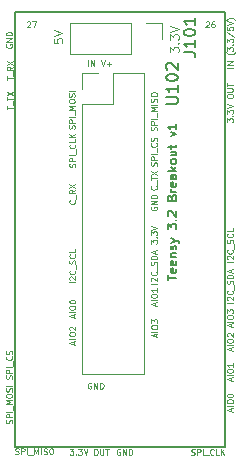
<source format=gto>
G04 #@! TF.FileFunction,Legend,Top*
%FSLAX46Y46*%
G04 Gerber Fmt 4.6, Leading zero omitted, Abs format (unit mm)*
G04 Created by KiCad (PCBNEW 4.0.6) date 04/01/17 00:44:48*
%MOMM*%
%LPD*%
G01*
G04 APERTURE LIST*
%ADD10C,0.100000*%
%ADD11C,0.075000*%
%ADD12C,0.150000*%
%ADD13C,0.120000*%
G04 APERTURE END LIST*
D10*
D11*
X66752381Y-39557142D02*
X66776190Y-39485713D01*
X66776190Y-39366666D01*
X66752381Y-39319047D01*
X66728571Y-39295237D01*
X66680952Y-39271428D01*
X66633333Y-39271428D01*
X66585714Y-39295237D01*
X66561905Y-39319047D01*
X66538095Y-39366666D01*
X66514286Y-39461904D01*
X66490476Y-39509523D01*
X66466667Y-39533332D01*
X66419048Y-39557142D01*
X66371429Y-39557142D01*
X66323810Y-39533332D01*
X66300000Y-39509523D01*
X66276190Y-39461904D01*
X66276190Y-39342856D01*
X66300000Y-39271428D01*
X66776190Y-39057142D02*
X66276190Y-39057142D01*
X66276190Y-38866666D01*
X66300000Y-38819047D01*
X66323810Y-38795238D01*
X66371429Y-38771428D01*
X66442857Y-38771428D01*
X66490476Y-38795238D01*
X66514286Y-38819047D01*
X66538095Y-38866666D01*
X66538095Y-39057142D01*
X66776190Y-38557142D02*
X66276190Y-38557142D01*
X66823810Y-38438095D02*
X66823810Y-38057143D01*
X66776190Y-37938095D02*
X66276190Y-37938095D01*
X66633333Y-37771429D01*
X66276190Y-37604762D01*
X66776190Y-37604762D01*
X66776190Y-37366666D02*
X66276190Y-37366666D01*
X66752381Y-37152381D02*
X66776190Y-37080952D01*
X66776190Y-36961905D01*
X66752381Y-36914286D01*
X66728571Y-36890476D01*
X66680952Y-36866667D01*
X66633333Y-36866667D01*
X66585714Y-36890476D01*
X66561905Y-36914286D01*
X66538095Y-36961905D01*
X66514286Y-37057143D01*
X66490476Y-37104762D01*
X66466667Y-37128571D01*
X66419048Y-37152381D01*
X66371429Y-37152381D01*
X66323810Y-37128571D01*
X66300000Y-37104762D01*
X66276190Y-37057143D01*
X66276190Y-36938095D01*
X66300000Y-36866667D01*
X66276190Y-36557143D02*
X66276190Y-36461905D01*
X66300000Y-36414286D01*
X66347619Y-36366667D01*
X66442857Y-36342858D01*
X66609524Y-36342858D01*
X66704762Y-36366667D01*
X66752381Y-36414286D01*
X66776190Y-36461905D01*
X66776190Y-36557143D01*
X66752381Y-36604762D01*
X66704762Y-36652381D01*
X66609524Y-36676191D01*
X66442857Y-36676191D01*
X66347619Y-36652381D01*
X66300000Y-36604762D01*
X66276190Y-36557143D01*
X59828571Y-45473809D02*
X59852381Y-45497619D01*
X59876190Y-45569047D01*
X59876190Y-45616666D01*
X59852381Y-45688095D01*
X59804762Y-45735714D01*
X59757143Y-45759523D01*
X59661905Y-45783333D01*
X59590476Y-45783333D01*
X59495238Y-45759523D01*
X59447619Y-45735714D01*
X59400000Y-45688095D01*
X59376190Y-45616666D01*
X59376190Y-45569047D01*
X59400000Y-45497619D01*
X59423810Y-45473809D01*
X59923810Y-45378571D02*
X59923810Y-44997619D01*
X59876190Y-44592857D02*
X59638095Y-44759524D01*
X59876190Y-44878571D02*
X59376190Y-44878571D01*
X59376190Y-44688095D01*
X59400000Y-44640476D01*
X59423810Y-44616667D01*
X59471429Y-44592857D01*
X59542857Y-44592857D01*
X59590476Y-44616667D01*
X59614286Y-44640476D01*
X59638095Y-44688095D01*
X59638095Y-44878571D01*
X59376190Y-44426190D02*
X59876190Y-44092857D01*
X59376190Y-44092857D02*
X59876190Y-44426190D01*
X60973810Y-34126190D02*
X60973810Y-33626190D01*
X61211905Y-34126190D02*
X61211905Y-33626190D01*
X61497619Y-34126190D01*
X61497619Y-33626190D01*
X62045238Y-33626190D02*
X62211905Y-34126190D01*
X62378571Y-33626190D01*
X62545238Y-33935714D02*
X62926190Y-33935714D01*
X62735714Y-34126190D02*
X62735714Y-33745238D01*
X59802381Y-39407142D02*
X59826190Y-39335713D01*
X59826190Y-39216666D01*
X59802381Y-39169047D01*
X59778571Y-39145237D01*
X59730952Y-39121428D01*
X59683333Y-39121428D01*
X59635714Y-39145237D01*
X59611905Y-39169047D01*
X59588095Y-39216666D01*
X59564286Y-39311904D01*
X59540476Y-39359523D01*
X59516667Y-39383332D01*
X59469048Y-39407142D01*
X59421429Y-39407142D01*
X59373810Y-39383332D01*
X59350000Y-39359523D01*
X59326190Y-39311904D01*
X59326190Y-39192856D01*
X59350000Y-39121428D01*
X59826190Y-38907142D02*
X59326190Y-38907142D01*
X59326190Y-38716666D01*
X59350000Y-38669047D01*
X59373810Y-38645238D01*
X59421429Y-38621428D01*
X59492857Y-38621428D01*
X59540476Y-38645238D01*
X59564286Y-38669047D01*
X59588095Y-38716666D01*
X59588095Y-38907142D01*
X59826190Y-38407142D02*
X59326190Y-38407142D01*
X59873810Y-38288095D02*
X59873810Y-37907143D01*
X59826190Y-37788095D02*
X59326190Y-37788095D01*
X59683333Y-37621429D01*
X59326190Y-37454762D01*
X59826190Y-37454762D01*
X59326190Y-37121428D02*
X59326190Y-37026190D01*
X59350000Y-36978571D01*
X59397619Y-36930952D01*
X59492857Y-36907143D01*
X59659524Y-36907143D01*
X59754762Y-36930952D01*
X59802381Y-36978571D01*
X59826190Y-37026190D01*
X59826190Y-37121428D01*
X59802381Y-37169047D01*
X59754762Y-37216666D01*
X59659524Y-37240476D01*
X59492857Y-37240476D01*
X59397619Y-37216666D01*
X59350000Y-37169047D01*
X59326190Y-37121428D01*
X59802381Y-36716666D02*
X59826190Y-36645237D01*
X59826190Y-36526190D01*
X59802381Y-36478571D01*
X59778571Y-36454761D01*
X59730952Y-36430952D01*
X59683333Y-36430952D01*
X59635714Y-36454761D01*
X59611905Y-36478571D01*
X59588095Y-36526190D01*
X59564286Y-36621428D01*
X59540476Y-36669047D01*
X59516667Y-36692856D01*
X59469048Y-36716666D01*
X59421429Y-36716666D01*
X59373810Y-36692856D01*
X59350000Y-36669047D01*
X59326190Y-36621428D01*
X59326190Y-36502380D01*
X59350000Y-36430952D01*
X59826190Y-36216666D02*
X59326190Y-36216666D01*
X59852381Y-42654761D02*
X59876190Y-42583332D01*
X59876190Y-42464285D01*
X59852381Y-42416666D01*
X59828571Y-42392856D01*
X59780952Y-42369047D01*
X59733333Y-42369047D01*
X59685714Y-42392856D01*
X59661905Y-42416666D01*
X59638095Y-42464285D01*
X59614286Y-42559523D01*
X59590476Y-42607142D01*
X59566667Y-42630951D01*
X59519048Y-42654761D01*
X59471429Y-42654761D01*
X59423810Y-42630951D01*
X59400000Y-42607142D01*
X59376190Y-42559523D01*
X59376190Y-42440475D01*
X59400000Y-42369047D01*
X59876190Y-42154761D02*
X59376190Y-42154761D01*
X59376190Y-41964285D01*
X59400000Y-41916666D01*
X59423810Y-41892857D01*
X59471429Y-41869047D01*
X59542857Y-41869047D01*
X59590476Y-41892857D01*
X59614286Y-41916666D01*
X59638095Y-41964285D01*
X59638095Y-42154761D01*
X59876190Y-41654761D02*
X59376190Y-41654761D01*
X59923810Y-41535714D02*
X59923810Y-41154762D01*
X59828571Y-40750000D02*
X59852381Y-40773810D01*
X59876190Y-40845238D01*
X59876190Y-40892857D01*
X59852381Y-40964286D01*
X59804762Y-41011905D01*
X59757143Y-41035714D01*
X59661905Y-41059524D01*
X59590476Y-41059524D01*
X59495238Y-41035714D01*
X59447619Y-41011905D01*
X59400000Y-40964286D01*
X59376190Y-40892857D01*
X59376190Y-40845238D01*
X59400000Y-40773810D01*
X59423810Y-40750000D01*
X59876190Y-40297619D02*
X59876190Y-40535714D01*
X59376190Y-40535714D01*
X59876190Y-40130952D02*
X59376190Y-40130952D01*
X59876190Y-39845238D02*
X59590476Y-40059524D01*
X59376190Y-39845238D02*
X59661905Y-40130952D01*
X59733333Y-57638095D02*
X59733333Y-57400000D01*
X59876190Y-57685714D02*
X59376190Y-57519047D01*
X59876190Y-57352381D01*
X59876190Y-57185714D02*
X59376190Y-57185714D01*
X59376190Y-56852381D02*
X59376190Y-56757143D01*
X59400000Y-56709524D01*
X59447619Y-56661905D01*
X59542857Y-56638096D01*
X59709524Y-56638096D01*
X59804762Y-56661905D01*
X59852381Y-56709524D01*
X59876190Y-56757143D01*
X59876190Y-56852381D01*
X59852381Y-56900000D01*
X59804762Y-56947619D01*
X59709524Y-56971429D01*
X59542857Y-56971429D01*
X59447619Y-56947619D01*
X59400000Y-56900000D01*
X59376190Y-56852381D01*
X59423810Y-56447619D02*
X59400000Y-56423809D01*
X59376190Y-56376190D01*
X59376190Y-56257143D01*
X59400000Y-56209524D01*
X59423810Y-56185714D01*
X59471429Y-56161905D01*
X59519048Y-56161905D01*
X59590476Y-56185714D01*
X59876190Y-56471428D01*
X59876190Y-56161905D01*
X59733333Y-55388095D02*
X59733333Y-55150000D01*
X59876190Y-55435714D02*
X59376190Y-55269047D01*
X59876190Y-55102381D01*
X59876190Y-54935714D02*
X59376190Y-54935714D01*
X59376190Y-54602381D02*
X59376190Y-54507143D01*
X59400000Y-54459524D01*
X59447619Y-54411905D01*
X59542857Y-54388096D01*
X59709524Y-54388096D01*
X59804762Y-54411905D01*
X59852381Y-54459524D01*
X59876190Y-54507143D01*
X59876190Y-54602381D01*
X59852381Y-54650000D01*
X59804762Y-54697619D01*
X59709524Y-54721429D01*
X59542857Y-54721429D01*
X59447619Y-54697619D01*
X59400000Y-54650000D01*
X59376190Y-54602381D01*
X59376190Y-54078571D02*
X59376190Y-54030952D01*
X59400000Y-53983333D01*
X59423810Y-53959524D01*
X59471429Y-53935714D01*
X59566667Y-53911905D01*
X59685714Y-53911905D01*
X59780952Y-53935714D01*
X59828571Y-53959524D01*
X59852381Y-53983333D01*
X59876190Y-54030952D01*
X59876190Y-54078571D01*
X59852381Y-54126190D01*
X59828571Y-54150000D01*
X59780952Y-54173809D01*
X59685714Y-54197619D01*
X59566667Y-54197619D01*
X59471429Y-54173809D01*
X59423810Y-54150000D01*
X59400000Y-54126190D01*
X59376190Y-54078571D01*
X59876190Y-52419046D02*
X59376190Y-52419046D01*
X59423810Y-52204761D02*
X59400000Y-52180951D01*
X59376190Y-52133332D01*
X59376190Y-52014285D01*
X59400000Y-51966666D01*
X59423810Y-51942856D01*
X59471429Y-51919047D01*
X59519048Y-51919047D01*
X59590476Y-51942856D01*
X59876190Y-52228570D01*
X59876190Y-51919047D01*
X59828571Y-51419047D02*
X59852381Y-51442857D01*
X59876190Y-51514285D01*
X59876190Y-51561904D01*
X59852381Y-51633333D01*
X59804762Y-51680952D01*
X59757143Y-51704761D01*
X59661905Y-51728571D01*
X59590476Y-51728571D01*
X59495238Y-51704761D01*
X59447619Y-51680952D01*
X59400000Y-51633333D01*
X59376190Y-51561904D01*
X59376190Y-51514285D01*
X59400000Y-51442857D01*
X59423810Y-51419047D01*
X59923810Y-51323809D02*
X59923810Y-50942857D01*
X59852381Y-50847619D02*
X59876190Y-50776190D01*
X59876190Y-50657143D01*
X59852381Y-50609524D01*
X59828571Y-50585714D01*
X59780952Y-50561905D01*
X59733333Y-50561905D01*
X59685714Y-50585714D01*
X59661905Y-50609524D01*
X59638095Y-50657143D01*
X59614286Y-50752381D01*
X59590476Y-50800000D01*
X59566667Y-50823809D01*
X59519048Y-50847619D01*
X59471429Y-50847619D01*
X59423810Y-50823809D01*
X59400000Y-50800000D01*
X59376190Y-50752381D01*
X59376190Y-50633333D01*
X59400000Y-50561905D01*
X59828571Y-50061905D02*
X59852381Y-50085715D01*
X59876190Y-50157143D01*
X59876190Y-50204762D01*
X59852381Y-50276191D01*
X59804762Y-50323810D01*
X59757143Y-50347619D01*
X59661905Y-50371429D01*
X59590476Y-50371429D01*
X59495238Y-50347619D01*
X59447619Y-50323810D01*
X59400000Y-50276191D01*
X59376190Y-50204762D01*
X59376190Y-50157143D01*
X59400000Y-50085715D01*
X59423810Y-50061905D01*
X59876190Y-49609524D02*
X59876190Y-49847619D01*
X59376190Y-49847619D01*
X66728571Y-44264285D02*
X66752381Y-44288095D01*
X66776190Y-44359523D01*
X66776190Y-44407142D01*
X66752381Y-44478571D01*
X66704762Y-44526190D01*
X66657143Y-44549999D01*
X66561905Y-44573809D01*
X66490476Y-44573809D01*
X66395238Y-44549999D01*
X66347619Y-44526190D01*
X66300000Y-44478571D01*
X66276190Y-44407142D01*
X66276190Y-44359523D01*
X66300000Y-44288095D01*
X66323810Y-44264285D01*
X66823810Y-44169047D02*
X66823810Y-43788095D01*
X66276190Y-43740476D02*
X66276190Y-43454762D01*
X66776190Y-43597619D02*
X66276190Y-43597619D01*
X66276190Y-43335714D02*
X66776190Y-43002381D01*
X66276190Y-43002381D02*
X66776190Y-43335714D01*
X66752381Y-42540475D02*
X66776190Y-42469046D01*
X66776190Y-42349999D01*
X66752381Y-42302380D01*
X66728571Y-42278570D01*
X66680952Y-42254761D01*
X66633333Y-42254761D01*
X66585714Y-42278570D01*
X66561905Y-42302380D01*
X66538095Y-42349999D01*
X66514286Y-42445237D01*
X66490476Y-42492856D01*
X66466667Y-42516665D01*
X66419048Y-42540475D01*
X66371429Y-42540475D01*
X66323810Y-42516665D01*
X66300000Y-42492856D01*
X66276190Y-42445237D01*
X66276190Y-42326189D01*
X66300000Y-42254761D01*
X66776190Y-42040475D02*
X66276190Y-42040475D01*
X66276190Y-41849999D01*
X66300000Y-41802380D01*
X66323810Y-41778571D01*
X66371429Y-41754761D01*
X66442857Y-41754761D01*
X66490476Y-41778571D01*
X66514286Y-41802380D01*
X66538095Y-41849999D01*
X66538095Y-42040475D01*
X66776190Y-41540475D02*
X66276190Y-41540475D01*
X66823810Y-41421428D02*
X66823810Y-41040476D01*
X66728571Y-40635714D02*
X66752381Y-40659524D01*
X66776190Y-40730952D01*
X66776190Y-40778571D01*
X66752381Y-40850000D01*
X66704762Y-40897619D01*
X66657143Y-40921428D01*
X66561905Y-40945238D01*
X66490476Y-40945238D01*
X66395238Y-40921428D01*
X66347619Y-40897619D01*
X66300000Y-40850000D01*
X66276190Y-40778571D01*
X66276190Y-40730952D01*
X66300000Y-40659524D01*
X66323810Y-40635714D01*
X66752381Y-40445238D02*
X66776190Y-40373809D01*
X66776190Y-40254762D01*
X66752381Y-40207143D01*
X66728571Y-40183333D01*
X66680952Y-40159524D01*
X66633333Y-40159524D01*
X66585714Y-40183333D01*
X66561905Y-40207143D01*
X66538095Y-40254762D01*
X66514286Y-40350000D01*
X66490476Y-40397619D01*
X66466667Y-40421428D01*
X66419048Y-40445238D01*
X66371429Y-40445238D01*
X66323810Y-40421428D01*
X66300000Y-40397619D01*
X66276190Y-40350000D01*
X66276190Y-40230952D01*
X66300000Y-40159524D01*
X66300000Y-46030953D02*
X66276190Y-46078572D01*
X66276190Y-46150000D01*
X66300000Y-46221429D01*
X66347619Y-46269048D01*
X66395238Y-46292857D01*
X66490476Y-46316667D01*
X66561905Y-46316667D01*
X66657143Y-46292857D01*
X66704762Y-46269048D01*
X66752381Y-46221429D01*
X66776190Y-46150000D01*
X66776190Y-46102381D01*
X66752381Y-46030953D01*
X66728571Y-46007143D01*
X66561905Y-46007143D01*
X66561905Y-46102381D01*
X66776190Y-45792857D02*
X66276190Y-45792857D01*
X66776190Y-45507143D01*
X66276190Y-45507143D01*
X66776190Y-45269047D02*
X66276190Y-45269047D01*
X66276190Y-45150000D01*
X66300000Y-45078571D01*
X66347619Y-45030952D01*
X66395238Y-45007143D01*
X66490476Y-44983333D01*
X66561905Y-44983333D01*
X66657143Y-45007143D01*
X66704762Y-45030952D01*
X66752381Y-45078571D01*
X66776190Y-45150000D01*
X66776190Y-45269047D01*
X66276190Y-49138094D02*
X66276190Y-48828571D01*
X66466667Y-48995237D01*
X66466667Y-48923809D01*
X66490476Y-48876190D01*
X66514286Y-48852380D01*
X66561905Y-48828571D01*
X66680952Y-48828571D01*
X66728571Y-48852380D01*
X66752381Y-48876190D01*
X66776190Y-48923809D01*
X66776190Y-49066666D01*
X66752381Y-49114285D01*
X66728571Y-49138094D01*
X66728571Y-48614285D02*
X66752381Y-48590476D01*
X66776190Y-48614285D01*
X66752381Y-48638095D01*
X66728571Y-48614285D01*
X66776190Y-48614285D01*
X66276190Y-48423809D02*
X66276190Y-48114286D01*
X66466667Y-48280952D01*
X66466667Y-48209524D01*
X66490476Y-48161905D01*
X66514286Y-48138095D01*
X66561905Y-48114286D01*
X66680952Y-48114286D01*
X66728571Y-48138095D01*
X66752381Y-48161905D01*
X66776190Y-48209524D01*
X66776190Y-48352381D01*
X66752381Y-48400000D01*
X66728571Y-48423809D01*
X66276190Y-47971429D02*
X66776190Y-47804762D01*
X66276190Y-47638096D01*
X66776190Y-52530951D02*
X66276190Y-52530951D01*
X66323810Y-52316666D02*
X66300000Y-52292856D01*
X66276190Y-52245237D01*
X66276190Y-52126190D01*
X66300000Y-52078571D01*
X66323810Y-52054761D01*
X66371429Y-52030952D01*
X66419048Y-52030952D01*
X66490476Y-52054761D01*
X66776190Y-52340475D01*
X66776190Y-52030952D01*
X66728571Y-51530952D02*
X66752381Y-51554762D01*
X66776190Y-51626190D01*
X66776190Y-51673809D01*
X66752381Y-51745238D01*
X66704762Y-51792857D01*
X66657143Y-51816666D01*
X66561905Y-51840476D01*
X66490476Y-51840476D01*
X66395238Y-51816666D01*
X66347619Y-51792857D01*
X66300000Y-51745238D01*
X66276190Y-51673809D01*
X66276190Y-51626190D01*
X66300000Y-51554762D01*
X66323810Y-51530952D01*
X66823810Y-51435714D02*
X66823810Y-51054762D01*
X66752381Y-50959524D02*
X66776190Y-50888095D01*
X66776190Y-50769048D01*
X66752381Y-50721429D01*
X66728571Y-50697619D01*
X66680952Y-50673810D01*
X66633333Y-50673810D01*
X66585714Y-50697619D01*
X66561905Y-50721429D01*
X66538095Y-50769048D01*
X66514286Y-50864286D01*
X66490476Y-50911905D01*
X66466667Y-50935714D01*
X66419048Y-50959524D01*
X66371429Y-50959524D01*
X66323810Y-50935714D01*
X66300000Y-50911905D01*
X66276190Y-50864286D01*
X66276190Y-50745238D01*
X66300000Y-50673810D01*
X66776190Y-50459524D02*
X66276190Y-50459524D01*
X66276190Y-50340477D01*
X66300000Y-50269048D01*
X66347619Y-50221429D01*
X66395238Y-50197620D01*
X66490476Y-50173810D01*
X66561905Y-50173810D01*
X66657143Y-50197620D01*
X66704762Y-50221429D01*
X66752381Y-50269048D01*
X66776190Y-50340477D01*
X66776190Y-50459524D01*
X66633333Y-49983334D02*
X66633333Y-49745239D01*
X66776190Y-50030953D02*
X66276190Y-49864286D01*
X66776190Y-49697620D01*
X66633333Y-54388095D02*
X66633333Y-54150000D01*
X66776190Y-54435714D02*
X66276190Y-54269047D01*
X66776190Y-54102381D01*
X66776190Y-53935714D02*
X66276190Y-53935714D01*
X66276190Y-53602381D02*
X66276190Y-53507143D01*
X66300000Y-53459524D01*
X66347619Y-53411905D01*
X66442857Y-53388096D01*
X66609524Y-53388096D01*
X66704762Y-53411905D01*
X66752381Y-53459524D01*
X66776190Y-53507143D01*
X66776190Y-53602381D01*
X66752381Y-53650000D01*
X66704762Y-53697619D01*
X66609524Y-53721429D01*
X66442857Y-53721429D01*
X66347619Y-53697619D01*
X66300000Y-53650000D01*
X66276190Y-53602381D01*
X66776190Y-52911905D02*
X66776190Y-53197619D01*
X66776190Y-53054762D02*
X66276190Y-53054762D01*
X66347619Y-53102381D01*
X66395238Y-53150000D01*
X66419048Y-53197619D01*
X66683333Y-57038095D02*
X66683333Y-56800000D01*
X66826190Y-57085714D02*
X66326190Y-56919047D01*
X66826190Y-56752381D01*
X66826190Y-56585714D02*
X66326190Y-56585714D01*
X66326190Y-56252381D02*
X66326190Y-56157143D01*
X66350000Y-56109524D01*
X66397619Y-56061905D01*
X66492857Y-56038096D01*
X66659524Y-56038096D01*
X66754762Y-56061905D01*
X66802381Y-56109524D01*
X66826190Y-56157143D01*
X66826190Y-56252381D01*
X66802381Y-56300000D01*
X66754762Y-56347619D01*
X66659524Y-56371429D01*
X66492857Y-56371429D01*
X66397619Y-56347619D01*
X66350000Y-56300000D01*
X66326190Y-56252381D01*
X66326190Y-55871428D02*
X66326190Y-55561905D01*
X66516667Y-55728571D01*
X66516667Y-55657143D01*
X66540476Y-55609524D01*
X66564286Y-55585714D01*
X66611905Y-55561905D01*
X66730952Y-55561905D01*
X66778571Y-55585714D01*
X66802381Y-55609524D01*
X66826190Y-55657143D01*
X66826190Y-55800000D01*
X66802381Y-55847619D01*
X66778571Y-55871428D01*
X61219047Y-60950000D02*
X61171428Y-60926190D01*
X61100000Y-60926190D01*
X61028571Y-60950000D01*
X60980952Y-60997619D01*
X60957143Y-61045238D01*
X60933333Y-61140476D01*
X60933333Y-61211905D01*
X60957143Y-61307143D01*
X60980952Y-61354762D01*
X61028571Y-61402381D01*
X61100000Y-61426190D01*
X61147619Y-61426190D01*
X61219047Y-61402381D01*
X61242857Y-61378571D01*
X61242857Y-61211905D01*
X61147619Y-61211905D01*
X61457143Y-61426190D02*
X61457143Y-60926190D01*
X61742857Y-61426190D01*
X61742857Y-60926190D01*
X61980953Y-61426190D02*
X61980953Y-60926190D01*
X62100000Y-60926190D01*
X62171429Y-60950000D01*
X62219048Y-60997619D01*
X62242857Y-61045238D01*
X62266667Y-61140476D01*
X62266667Y-61211905D01*
X62242857Y-61307143D01*
X62219048Y-61354762D01*
X62171429Y-61402381D01*
X62100000Y-61426190D01*
X61980953Y-61426190D01*
X73226190Y-34245236D02*
X72726190Y-34245236D01*
X73226190Y-34007141D02*
X72726190Y-34007141D01*
X73226190Y-33721427D01*
X72726190Y-33721427D01*
X73416667Y-32959522D02*
X73392857Y-32983332D01*
X73321429Y-33030951D01*
X73273810Y-33054760D01*
X73202381Y-33078570D01*
X73083333Y-33102379D01*
X72988095Y-33102379D01*
X72869048Y-33078570D01*
X72797619Y-33054760D01*
X72750000Y-33030951D01*
X72678571Y-32983332D01*
X72654762Y-32959522D01*
X72726190Y-32816665D02*
X72726190Y-32507142D01*
X72916667Y-32673808D01*
X72916667Y-32602380D01*
X72940476Y-32554761D01*
X72964286Y-32530951D01*
X73011905Y-32507142D01*
X73130952Y-32507142D01*
X73178571Y-32530951D01*
X73202381Y-32554761D01*
X73226190Y-32602380D01*
X73226190Y-32745237D01*
X73202381Y-32792856D01*
X73178571Y-32816665D01*
X73178571Y-32292856D02*
X73202381Y-32269047D01*
X73226190Y-32292856D01*
X73202381Y-32316666D01*
X73178571Y-32292856D01*
X73226190Y-32292856D01*
X72726190Y-32102380D02*
X72726190Y-31792857D01*
X72916667Y-31959523D01*
X72916667Y-31888095D01*
X72940476Y-31840476D01*
X72964286Y-31816666D01*
X73011905Y-31792857D01*
X73130952Y-31792857D01*
X73178571Y-31816666D01*
X73202381Y-31840476D01*
X73226190Y-31888095D01*
X73226190Y-32030952D01*
X73202381Y-32078571D01*
X73178571Y-32102380D01*
X72702381Y-31221429D02*
X73345238Y-31650000D01*
X72726190Y-30816666D02*
X72726190Y-31054761D01*
X72964286Y-31078571D01*
X72940476Y-31054761D01*
X72916667Y-31007142D01*
X72916667Y-30888095D01*
X72940476Y-30840476D01*
X72964286Y-30816666D01*
X73011905Y-30792857D01*
X73130952Y-30792857D01*
X73178571Y-30816666D01*
X73202381Y-30840476D01*
X73226190Y-30888095D01*
X73226190Y-31007142D01*
X73202381Y-31054761D01*
X73178571Y-31078571D01*
X72726190Y-30650000D02*
X73226190Y-30483333D01*
X72726190Y-30316667D01*
X73416667Y-30197619D02*
X73392857Y-30173810D01*
X73321429Y-30126191D01*
X73273810Y-30102381D01*
X73202381Y-30078572D01*
X73083333Y-30054762D01*
X72988095Y-30054762D01*
X72869048Y-30078572D01*
X72797619Y-30102381D01*
X72750000Y-30126191D01*
X72678571Y-30173810D01*
X72654762Y-30197619D01*
X72726190Y-38842856D02*
X72726190Y-38533333D01*
X72916667Y-38699999D01*
X72916667Y-38628571D01*
X72940476Y-38580952D01*
X72964286Y-38557142D01*
X73011905Y-38533333D01*
X73130952Y-38533333D01*
X73178571Y-38557142D01*
X73202381Y-38580952D01*
X73226190Y-38628571D01*
X73226190Y-38771428D01*
X73202381Y-38819047D01*
X73178571Y-38842856D01*
X73178571Y-38319047D02*
X73202381Y-38295238D01*
X73226190Y-38319047D01*
X73202381Y-38342857D01*
X73178571Y-38319047D01*
X73226190Y-38319047D01*
X72726190Y-38128571D02*
X72726190Y-37819048D01*
X72916667Y-37985714D01*
X72916667Y-37914286D01*
X72940476Y-37866667D01*
X72964286Y-37842857D01*
X73011905Y-37819048D01*
X73130952Y-37819048D01*
X73178571Y-37842857D01*
X73202381Y-37866667D01*
X73226190Y-37914286D01*
X73226190Y-38057143D01*
X73202381Y-38104762D01*
X73178571Y-38128571D01*
X72726190Y-37676191D02*
X73226190Y-37509524D01*
X72726190Y-37342858D01*
X72726190Y-36700001D02*
X72726190Y-36604763D01*
X72750000Y-36557144D01*
X72797619Y-36509525D01*
X72892857Y-36485716D01*
X73059524Y-36485716D01*
X73154762Y-36509525D01*
X73202381Y-36557144D01*
X73226190Y-36604763D01*
X73226190Y-36700001D01*
X73202381Y-36747620D01*
X73154762Y-36795239D01*
X73059524Y-36819049D01*
X72892857Y-36819049D01*
X72797619Y-36795239D01*
X72750000Y-36747620D01*
X72726190Y-36700001D01*
X72726190Y-36271429D02*
X73130952Y-36271429D01*
X73178571Y-36247620D01*
X73202381Y-36223810D01*
X73226190Y-36176191D01*
X73226190Y-36080953D01*
X73202381Y-36033334D01*
X73178571Y-36009525D01*
X73130952Y-35985715D01*
X72726190Y-35985715D01*
X72726190Y-35819048D02*
X72726190Y-35533334D01*
X73226190Y-35676191D02*
X72726190Y-35676191D01*
X73226190Y-50669046D02*
X72726190Y-50669046D01*
X72773810Y-50454761D02*
X72750000Y-50430951D01*
X72726190Y-50383332D01*
X72726190Y-50264285D01*
X72750000Y-50216666D01*
X72773810Y-50192856D01*
X72821429Y-50169047D01*
X72869048Y-50169047D01*
X72940476Y-50192856D01*
X73226190Y-50478570D01*
X73226190Y-50169047D01*
X73178571Y-49669047D02*
X73202381Y-49692857D01*
X73226190Y-49764285D01*
X73226190Y-49811904D01*
X73202381Y-49883333D01*
X73154762Y-49930952D01*
X73107143Y-49954761D01*
X73011905Y-49978571D01*
X72940476Y-49978571D01*
X72845238Y-49954761D01*
X72797619Y-49930952D01*
X72750000Y-49883333D01*
X72726190Y-49811904D01*
X72726190Y-49764285D01*
X72750000Y-49692857D01*
X72773810Y-49669047D01*
X73273810Y-49573809D02*
X73273810Y-49192857D01*
X73202381Y-49097619D02*
X73226190Y-49026190D01*
X73226190Y-48907143D01*
X73202381Y-48859524D01*
X73178571Y-48835714D01*
X73130952Y-48811905D01*
X73083333Y-48811905D01*
X73035714Y-48835714D01*
X73011905Y-48859524D01*
X72988095Y-48907143D01*
X72964286Y-49002381D01*
X72940476Y-49050000D01*
X72916667Y-49073809D01*
X72869048Y-49097619D01*
X72821429Y-49097619D01*
X72773810Y-49073809D01*
X72750000Y-49050000D01*
X72726190Y-49002381D01*
X72726190Y-48883333D01*
X72750000Y-48811905D01*
X73178571Y-48311905D02*
X73202381Y-48335715D01*
X73226190Y-48407143D01*
X73226190Y-48454762D01*
X73202381Y-48526191D01*
X73154762Y-48573810D01*
X73107143Y-48597619D01*
X73011905Y-48621429D01*
X72940476Y-48621429D01*
X72845238Y-48597619D01*
X72797619Y-48573810D01*
X72750000Y-48526191D01*
X72726190Y-48454762D01*
X72726190Y-48407143D01*
X72750000Y-48335715D01*
X72773810Y-48311905D01*
X73226190Y-47859524D02*
X73226190Y-48097619D01*
X72726190Y-48097619D01*
X73226190Y-54130951D02*
X72726190Y-54130951D01*
X72773810Y-53916666D02*
X72750000Y-53892856D01*
X72726190Y-53845237D01*
X72726190Y-53726190D01*
X72750000Y-53678571D01*
X72773810Y-53654761D01*
X72821429Y-53630952D01*
X72869048Y-53630952D01*
X72940476Y-53654761D01*
X73226190Y-53940475D01*
X73226190Y-53630952D01*
X73178571Y-53130952D02*
X73202381Y-53154762D01*
X73226190Y-53226190D01*
X73226190Y-53273809D01*
X73202381Y-53345238D01*
X73154762Y-53392857D01*
X73107143Y-53416666D01*
X73011905Y-53440476D01*
X72940476Y-53440476D01*
X72845238Y-53416666D01*
X72797619Y-53392857D01*
X72750000Y-53345238D01*
X72726190Y-53273809D01*
X72726190Y-53226190D01*
X72750000Y-53154762D01*
X72773810Y-53130952D01*
X73273810Y-53035714D02*
X73273810Y-52654762D01*
X73202381Y-52559524D02*
X73226190Y-52488095D01*
X73226190Y-52369048D01*
X73202381Y-52321429D01*
X73178571Y-52297619D01*
X73130952Y-52273810D01*
X73083333Y-52273810D01*
X73035714Y-52297619D01*
X73011905Y-52321429D01*
X72988095Y-52369048D01*
X72964286Y-52464286D01*
X72940476Y-52511905D01*
X72916667Y-52535714D01*
X72869048Y-52559524D01*
X72821429Y-52559524D01*
X72773810Y-52535714D01*
X72750000Y-52511905D01*
X72726190Y-52464286D01*
X72726190Y-52345238D01*
X72750000Y-52273810D01*
X73226190Y-52059524D02*
X72726190Y-52059524D01*
X72726190Y-51940477D01*
X72750000Y-51869048D01*
X72797619Y-51821429D01*
X72845238Y-51797620D01*
X72940476Y-51773810D01*
X73011905Y-51773810D01*
X73107143Y-51797620D01*
X73154762Y-51821429D01*
X73202381Y-51869048D01*
X73226190Y-51940477D01*
X73226190Y-52059524D01*
X73083333Y-51583334D02*
X73083333Y-51345239D01*
X73226190Y-51630953D02*
X72726190Y-51464286D01*
X73226190Y-51297620D01*
X73083333Y-56188095D02*
X73083333Y-55950000D01*
X73226190Y-56235714D02*
X72726190Y-56069047D01*
X73226190Y-55902381D01*
X73226190Y-55735714D02*
X72726190Y-55735714D01*
X72726190Y-55402381D02*
X72726190Y-55307143D01*
X72750000Y-55259524D01*
X72797619Y-55211905D01*
X72892857Y-55188096D01*
X73059524Y-55188096D01*
X73154762Y-55211905D01*
X73202381Y-55259524D01*
X73226190Y-55307143D01*
X73226190Y-55402381D01*
X73202381Y-55450000D01*
X73154762Y-55497619D01*
X73059524Y-55521429D01*
X72892857Y-55521429D01*
X72797619Y-55497619D01*
X72750000Y-55450000D01*
X72726190Y-55402381D01*
X72726190Y-55021428D02*
X72726190Y-54711905D01*
X72916667Y-54878571D01*
X72916667Y-54807143D01*
X72940476Y-54759524D01*
X72964286Y-54735714D01*
X73011905Y-54711905D01*
X73130952Y-54711905D01*
X73178571Y-54735714D01*
X73202381Y-54759524D01*
X73226190Y-54807143D01*
X73226190Y-54950000D01*
X73202381Y-54997619D01*
X73178571Y-55021428D01*
X73083333Y-58188095D02*
X73083333Y-57950000D01*
X73226190Y-58235714D02*
X72726190Y-58069047D01*
X73226190Y-57902381D01*
X73226190Y-57735714D02*
X72726190Y-57735714D01*
X72726190Y-57402381D02*
X72726190Y-57307143D01*
X72750000Y-57259524D01*
X72797619Y-57211905D01*
X72892857Y-57188096D01*
X73059524Y-57188096D01*
X73154762Y-57211905D01*
X73202381Y-57259524D01*
X73226190Y-57307143D01*
X73226190Y-57402381D01*
X73202381Y-57450000D01*
X73154762Y-57497619D01*
X73059524Y-57521429D01*
X72892857Y-57521429D01*
X72797619Y-57497619D01*
X72750000Y-57450000D01*
X72726190Y-57402381D01*
X72773810Y-56997619D02*
X72750000Y-56973809D01*
X72726190Y-56926190D01*
X72726190Y-56807143D01*
X72750000Y-56759524D01*
X72773810Y-56735714D01*
X72821429Y-56711905D01*
X72869048Y-56711905D01*
X72940476Y-56735714D01*
X73226190Y-57021428D01*
X73226190Y-56711905D01*
X73083333Y-60738095D02*
X73083333Y-60500000D01*
X73226190Y-60785714D02*
X72726190Y-60619047D01*
X73226190Y-60452381D01*
X73226190Y-60285714D02*
X72726190Y-60285714D01*
X72726190Y-59952381D02*
X72726190Y-59857143D01*
X72750000Y-59809524D01*
X72797619Y-59761905D01*
X72892857Y-59738096D01*
X73059524Y-59738096D01*
X73154762Y-59761905D01*
X73202381Y-59809524D01*
X73226190Y-59857143D01*
X73226190Y-59952381D01*
X73202381Y-60000000D01*
X73154762Y-60047619D01*
X73059524Y-60071429D01*
X72892857Y-60071429D01*
X72797619Y-60047619D01*
X72750000Y-60000000D01*
X72726190Y-59952381D01*
X73226190Y-59261905D02*
X73226190Y-59547619D01*
X73226190Y-59404762D02*
X72726190Y-59404762D01*
X72797619Y-59452381D01*
X72845238Y-59500000D01*
X72869048Y-59547619D01*
X73083333Y-63338095D02*
X73083333Y-63100000D01*
X73226190Y-63385714D02*
X72726190Y-63219047D01*
X73226190Y-63052381D01*
X73226190Y-62885714D02*
X72726190Y-62885714D01*
X72726190Y-62552381D02*
X72726190Y-62457143D01*
X72750000Y-62409524D01*
X72797619Y-62361905D01*
X72892857Y-62338096D01*
X73059524Y-62338096D01*
X73154762Y-62361905D01*
X73202381Y-62409524D01*
X73226190Y-62457143D01*
X73226190Y-62552381D01*
X73202381Y-62600000D01*
X73154762Y-62647619D01*
X73059524Y-62671429D01*
X72892857Y-62671429D01*
X72797619Y-62647619D01*
X72750000Y-62600000D01*
X72726190Y-62552381D01*
X72726190Y-62028571D02*
X72726190Y-61980952D01*
X72750000Y-61933333D01*
X72773810Y-61909524D01*
X72821429Y-61885714D01*
X72916667Y-61861905D01*
X73035714Y-61861905D01*
X73130952Y-61885714D01*
X73178571Y-61909524D01*
X73202381Y-61933333D01*
X73226190Y-61980952D01*
X73226190Y-62028571D01*
X73202381Y-62076190D01*
X73178571Y-62100000D01*
X73130952Y-62123809D01*
X73035714Y-62147619D01*
X72916667Y-62147619D01*
X72821429Y-62123809D01*
X72773810Y-62100000D01*
X72750000Y-62076190D01*
X72726190Y-62028571D01*
X69695239Y-67002381D02*
X69766668Y-67026190D01*
X69885715Y-67026190D01*
X69933334Y-67002381D01*
X69957144Y-66978571D01*
X69980953Y-66930952D01*
X69980953Y-66883333D01*
X69957144Y-66835714D01*
X69933334Y-66811905D01*
X69885715Y-66788095D01*
X69790477Y-66764286D01*
X69742858Y-66740476D01*
X69719049Y-66716667D01*
X69695239Y-66669048D01*
X69695239Y-66621429D01*
X69719049Y-66573810D01*
X69742858Y-66550000D01*
X69790477Y-66526190D01*
X69909525Y-66526190D01*
X69980953Y-66550000D01*
X70195239Y-67026190D02*
X70195239Y-66526190D01*
X70385715Y-66526190D01*
X70433334Y-66550000D01*
X70457143Y-66573810D01*
X70480953Y-66621429D01*
X70480953Y-66692857D01*
X70457143Y-66740476D01*
X70433334Y-66764286D01*
X70385715Y-66788095D01*
X70195239Y-66788095D01*
X70695239Y-67026190D02*
X70695239Y-66526190D01*
X70814286Y-67073810D02*
X71195238Y-67073810D01*
X71600000Y-66978571D02*
X71576190Y-67002381D01*
X71504762Y-67026190D01*
X71457143Y-67026190D01*
X71385714Y-67002381D01*
X71338095Y-66954762D01*
X71314286Y-66907143D01*
X71290476Y-66811905D01*
X71290476Y-66740476D01*
X71314286Y-66645238D01*
X71338095Y-66597619D01*
X71385714Y-66550000D01*
X71457143Y-66526190D01*
X71504762Y-66526190D01*
X71576190Y-66550000D01*
X71600000Y-66573810D01*
X72052381Y-67026190D02*
X71814286Y-67026190D01*
X71814286Y-66526190D01*
X72219048Y-67026190D02*
X72219048Y-66526190D01*
X72504762Y-67026190D02*
X72290476Y-66740476D01*
X72504762Y-66526190D02*
X72219048Y-66811905D01*
X70919048Y-30373810D02*
X70942858Y-30350000D01*
X70990477Y-30326190D01*
X71109524Y-30326190D01*
X71157143Y-30350000D01*
X71180953Y-30373810D01*
X71204762Y-30421429D01*
X71204762Y-30469048D01*
X71180953Y-30540476D01*
X70895239Y-30826190D01*
X71204762Y-30826190D01*
X71633333Y-30326190D02*
X71538095Y-30326190D01*
X71490476Y-30350000D01*
X71466667Y-30373810D01*
X71419048Y-30445238D01*
X71395238Y-30540476D01*
X71395238Y-30730952D01*
X71419048Y-30778571D01*
X71442857Y-30802381D01*
X71490476Y-30826190D01*
X71585714Y-30826190D01*
X71633333Y-30802381D01*
X71657143Y-30778571D01*
X71680952Y-30730952D01*
X71680952Y-30611905D01*
X71657143Y-30564286D01*
X71633333Y-30540476D01*
X71585714Y-30516667D01*
X71490476Y-30516667D01*
X71442857Y-30540476D01*
X71419048Y-30564286D01*
X71395238Y-30611905D01*
X55769048Y-30373810D02*
X55792858Y-30350000D01*
X55840477Y-30326190D01*
X55959524Y-30326190D01*
X56007143Y-30350000D01*
X56030953Y-30373810D01*
X56054762Y-30421429D01*
X56054762Y-30469048D01*
X56030953Y-30540476D01*
X55745239Y-30826190D01*
X56054762Y-30826190D01*
X56221429Y-30326190D02*
X56554762Y-30326190D01*
X56340476Y-30826190D01*
X63669047Y-66550000D02*
X63621428Y-66526190D01*
X63550000Y-66526190D01*
X63478571Y-66550000D01*
X63430952Y-66597619D01*
X63407143Y-66645238D01*
X63383333Y-66740476D01*
X63383333Y-66811905D01*
X63407143Y-66907143D01*
X63430952Y-66954762D01*
X63478571Y-67002381D01*
X63550000Y-67026190D01*
X63597619Y-67026190D01*
X63669047Y-67002381D01*
X63692857Y-66978571D01*
X63692857Y-66811905D01*
X63597619Y-66811905D01*
X63907143Y-67026190D02*
X63907143Y-66526190D01*
X64192857Y-67026190D01*
X64192857Y-66526190D01*
X64430953Y-67026190D02*
X64430953Y-66526190D01*
X64550000Y-66526190D01*
X64621429Y-66550000D01*
X64669048Y-66597619D01*
X64692857Y-66645238D01*
X64716667Y-66740476D01*
X64716667Y-66811905D01*
X64692857Y-66907143D01*
X64669048Y-66954762D01*
X64621429Y-67002381D01*
X64550000Y-67026190D01*
X64430953Y-67026190D01*
X59407144Y-66526190D02*
X59716667Y-66526190D01*
X59550001Y-66716667D01*
X59621429Y-66716667D01*
X59669048Y-66740476D01*
X59692858Y-66764286D01*
X59716667Y-66811905D01*
X59716667Y-66930952D01*
X59692858Y-66978571D01*
X59669048Y-67002381D01*
X59621429Y-67026190D01*
X59478572Y-67026190D01*
X59430953Y-67002381D01*
X59407144Y-66978571D01*
X59930953Y-66978571D02*
X59954762Y-67002381D01*
X59930953Y-67026190D01*
X59907143Y-67002381D01*
X59930953Y-66978571D01*
X59930953Y-67026190D01*
X60121429Y-66526190D02*
X60430952Y-66526190D01*
X60264286Y-66716667D01*
X60335714Y-66716667D01*
X60383333Y-66740476D01*
X60407143Y-66764286D01*
X60430952Y-66811905D01*
X60430952Y-66930952D01*
X60407143Y-66978571D01*
X60383333Y-67002381D01*
X60335714Y-67026190D01*
X60192857Y-67026190D01*
X60145238Y-67002381D01*
X60121429Y-66978571D01*
X60573809Y-66526190D02*
X60740476Y-67026190D01*
X60907142Y-66526190D01*
X61549999Y-66526190D02*
X61645237Y-66526190D01*
X61692856Y-66550000D01*
X61740475Y-66597619D01*
X61764284Y-66692857D01*
X61764284Y-66859524D01*
X61740475Y-66954762D01*
X61692856Y-67002381D01*
X61645237Y-67026190D01*
X61549999Y-67026190D01*
X61502380Y-67002381D01*
X61454761Y-66954762D01*
X61430951Y-66859524D01*
X61430951Y-66692857D01*
X61454761Y-66597619D01*
X61502380Y-66550000D01*
X61549999Y-66526190D01*
X61978571Y-66526190D02*
X61978571Y-66930952D01*
X62002380Y-66978571D01*
X62026190Y-67002381D01*
X62073809Y-67026190D01*
X62169047Y-67026190D01*
X62216666Y-67002381D01*
X62240475Y-66978571D01*
X62264285Y-66930952D01*
X62264285Y-66526190D01*
X62430952Y-66526190D02*
X62716666Y-66526190D01*
X62573809Y-67026190D02*
X62573809Y-66526190D01*
X54792858Y-66952381D02*
X54864287Y-66976190D01*
X54983334Y-66976190D01*
X55030953Y-66952381D01*
X55054763Y-66928571D01*
X55078572Y-66880952D01*
X55078572Y-66833333D01*
X55054763Y-66785714D01*
X55030953Y-66761905D01*
X54983334Y-66738095D01*
X54888096Y-66714286D01*
X54840477Y-66690476D01*
X54816668Y-66666667D01*
X54792858Y-66619048D01*
X54792858Y-66571429D01*
X54816668Y-66523810D01*
X54840477Y-66500000D01*
X54888096Y-66476190D01*
X55007144Y-66476190D01*
X55078572Y-66500000D01*
X55292858Y-66976190D02*
X55292858Y-66476190D01*
X55483334Y-66476190D01*
X55530953Y-66500000D01*
X55554762Y-66523810D01*
X55578572Y-66571429D01*
X55578572Y-66642857D01*
X55554762Y-66690476D01*
X55530953Y-66714286D01*
X55483334Y-66738095D01*
X55292858Y-66738095D01*
X55792858Y-66976190D02*
X55792858Y-66476190D01*
X55911905Y-67023810D02*
X56292857Y-67023810D01*
X56411905Y-66976190D02*
X56411905Y-66476190D01*
X56578571Y-66833333D01*
X56745238Y-66476190D01*
X56745238Y-66976190D01*
X56983334Y-66976190D02*
X56983334Y-66476190D01*
X57197619Y-66952381D02*
X57269048Y-66976190D01*
X57388095Y-66976190D01*
X57435714Y-66952381D01*
X57459524Y-66928571D01*
X57483333Y-66880952D01*
X57483333Y-66833333D01*
X57459524Y-66785714D01*
X57435714Y-66761905D01*
X57388095Y-66738095D01*
X57292857Y-66714286D01*
X57245238Y-66690476D01*
X57221429Y-66666667D01*
X57197619Y-66619048D01*
X57197619Y-66571429D01*
X57221429Y-66523810D01*
X57245238Y-66500000D01*
X57292857Y-66476190D01*
X57411905Y-66476190D01*
X57483333Y-66500000D01*
X57792857Y-66476190D02*
X57888095Y-66476190D01*
X57935714Y-66500000D01*
X57983333Y-66547619D01*
X58007142Y-66642857D01*
X58007142Y-66809524D01*
X57983333Y-66904762D01*
X57935714Y-66952381D01*
X57888095Y-66976190D01*
X57792857Y-66976190D01*
X57745238Y-66952381D01*
X57697619Y-66904762D01*
X57673809Y-66809524D01*
X57673809Y-66642857D01*
X57697619Y-66547619D01*
X57745238Y-66500000D01*
X57792857Y-66476190D01*
X54502381Y-64357142D02*
X54526190Y-64285713D01*
X54526190Y-64166666D01*
X54502381Y-64119047D01*
X54478571Y-64095237D01*
X54430952Y-64071428D01*
X54383333Y-64071428D01*
X54335714Y-64095237D01*
X54311905Y-64119047D01*
X54288095Y-64166666D01*
X54264286Y-64261904D01*
X54240476Y-64309523D01*
X54216667Y-64333332D01*
X54169048Y-64357142D01*
X54121429Y-64357142D01*
X54073810Y-64333332D01*
X54050000Y-64309523D01*
X54026190Y-64261904D01*
X54026190Y-64142856D01*
X54050000Y-64071428D01*
X54526190Y-63857142D02*
X54026190Y-63857142D01*
X54026190Y-63666666D01*
X54050000Y-63619047D01*
X54073810Y-63595238D01*
X54121429Y-63571428D01*
X54192857Y-63571428D01*
X54240476Y-63595238D01*
X54264286Y-63619047D01*
X54288095Y-63666666D01*
X54288095Y-63857142D01*
X54526190Y-63357142D02*
X54026190Y-63357142D01*
X54573810Y-63238095D02*
X54573810Y-62857143D01*
X54526190Y-62738095D02*
X54026190Y-62738095D01*
X54383333Y-62571429D01*
X54026190Y-62404762D01*
X54526190Y-62404762D01*
X54026190Y-62071428D02*
X54026190Y-61976190D01*
X54050000Y-61928571D01*
X54097619Y-61880952D01*
X54192857Y-61857143D01*
X54359524Y-61857143D01*
X54454762Y-61880952D01*
X54502381Y-61928571D01*
X54526190Y-61976190D01*
X54526190Y-62071428D01*
X54502381Y-62119047D01*
X54454762Y-62166666D01*
X54359524Y-62190476D01*
X54192857Y-62190476D01*
X54097619Y-62166666D01*
X54050000Y-62119047D01*
X54026190Y-62071428D01*
X54502381Y-61666666D02*
X54526190Y-61595237D01*
X54526190Y-61476190D01*
X54502381Y-61428571D01*
X54478571Y-61404761D01*
X54430952Y-61380952D01*
X54383333Y-61380952D01*
X54335714Y-61404761D01*
X54311905Y-61428571D01*
X54288095Y-61476190D01*
X54264286Y-61571428D01*
X54240476Y-61619047D01*
X54216667Y-61642856D01*
X54169048Y-61666666D01*
X54121429Y-61666666D01*
X54073810Y-61642856D01*
X54050000Y-61619047D01*
X54026190Y-61571428D01*
X54026190Y-61452380D01*
X54050000Y-61380952D01*
X54526190Y-61166666D02*
X54026190Y-61166666D01*
X54502381Y-60590475D02*
X54526190Y-60519046D01*
X54526190Y-60399999D01*
X54502381Y-60352380D01*
X54478571Y-60328570D01*
X54430952Y-60304761D01*
X54383333Y-60304761D01*
X54335714Y-60328570D01*
X54311905Y-60352380D01*
X54288095Y-60399999D01*
X54264286Y-60495237D01*
X54240476Y-60542856D01*
X54216667Y-60566665D01*
X54169048Y-60590475D01*
X54121429Y-60590475D01*
X54073810Y-60566665D01*
X54050000Y-60542856D01*
X54026190Y-60495237D01*
X54026190Y-60376189D01*
X54050000Y-60304761D01*
X54526190Y-60090475D02*
X54026190Y-60090475D01*
X54026190Y-59899999D01*
X54050000Y-59852380D01*
X54073810Y-59828571D01*
X54121429Y-59804761D01*
X54192857Y-59804761D01*
X54240476Y-59828571D01*
X54264286Y-59852380D01*
X54288095Y-59899999D01*
X54288095Y-60090475D01*
X54526190Y-59590475D02*
X54026190Y-59590475D01*
X54573810Y-59471428D02*
X54573810Y-59090476D01*
X54478571Y-58685714D02*
X54502381Y-58709524D01*
X54526190Y-58780952D01*
X54526190Y-58828571D01*
X54502381Y-58900000D01*
X54454762Y-58947619D01*
X54407143Y-58971428D01*
X54311905Y-58995238D01*
X54240476Y-58995238D01*
X54145238Y-58971428D01*
X54097619Y-58947619D01*
X54050000Y-58900000D01*
X54026190Y-58828571D01*
X54026190Y-58780952D01*
X54050000Y-58709524D01*
X54073810Y-58685714D01*
X54502381Y-58495238D02*
X54526190Y-58423809D01*
X54526190Y-58304762D01*
X54502381Y-58257143D01*
X54478571Y-58233333D01*
X54430952Y-58209524D01*
X54383333Y-58209524D01*
X54335714Y-58233333D01*
X54311905Y-58257143D01*
X54288095Y-58304762D01*
X54264286Y-58400000D01*
X54240476Y-58447619D01*
X54216667Y-58471428D01*
X54169048Y-58495238D01*
X54121429Y-58495238D01*
X54073810Y-58471428D01*
X54050000Y-58447619D01*
X54026190Y-58400000D01*
X54026190Y-58280952D01*
X54050000Y-58209524D01*
X54076190Y-37761904D02*
X54076190Y-37476190D01*
X54576190Y-37619047D02*
X54076190Y-37619047D01*
X54623810Y-37428571D02*
X54623810Y-37047619D01*
X54076190Y-37000000D02*
X54076190Y-36714286D01*
X54576190Y-36857143D02*
X54076190Y-36857143D01*
X54076190Y-36595238D02*
X54576190Y-36261905D01*
X54076190Y-36261905D02*
X54576190Y-36595238D01*
X54076190Y-35271428D02*
X54076190Y-34985714D01*
X54576190Y-35128571D02*
X54076190Y-35128571D01*
X54623810Y-34938095D02*
X54623810Y-34557143D01*
X54576190Y-34152381D02*
X54338095Y-34319048D01*
X54576190Y-34438095D02*
X54076190Y-34438095D01*
X54076190Y-34247619D01*
X54100000Y-34200000D01*
X54123810Y-34176191D01*
X54171429Y-34152381D01*
X54242857Y-34152381D01*
X54290476Y-34176191D01*
X54314286Y-34200000D01*
X54338095Y-34247619D01*
X54338095Y-34438095D01*
X54076190Y-33985714D02*
X54576190Y-33652381D01*
X54076190Y-33652381D02*
X54576190Y-33985714D01*
X54050000Y-32280953D02*
X54026190Y-32328572D01*
X54026190Y-32400000D01*
X54050000Y-32471429D01*
X54097619Y-32519048D01*
X54145238Y-32542857D01*
X54240476Y-32566667D01*
X54311905Y-32566667D01*
X54407143Y-32542857D01*
X54454762Y-32519048D01*
X54502381Y-32471429D01*
X54526190Y-32400000D01*
X54526190Y-32352381D01*
X54502381Y-32280953D01*
X54478571Y-32257143D01*
X54311905Y-32257143D01*
X54311905Y-32352381D01*
X54526190Y-32042857D02*
X54026190Y-32042857D01*
X54526190Y-31757143D01*
X54026190Y-31757143D01*
X54526190Y-31519047D02*
X54026190Y-31519047D01*
X54026190Y-31400000D01*
X54050000Y-31328571D01*
X54097619Y-31280952D01*
X54145238Y-31257143D01*
X54240476Y-31233333D01*
X54311905Y-31233333D01*
X54407143Y-31257143D01*
X54454762Y-31280952D01*
X54502381Y-31328571D01*
X54526190Y-31400000D01*
X54526190Y-31519047D01*
D10*
X67889286Y-32957143D02*
X67889286Y-32492857D01*
X68175000Y-32742857D01*
X68175000Y-32635715D01*
X68210714Y-32564286D01*
X68246429Y-32528572D01*
X68317857Y-32492857D01*
X68496429Y-32492857D01*
X68567857Y-32528572D01*
X68603571Y-32564286D01*
X68639286Y-32635715D01*
X68639286Y-32850000D01*
X68603571Y-32921429D01*
X68567857Y-32957143D01*
X68567857Y-32171429D02*
X68603571Y-32135714D01*
X68639286Y-32171429D01*
X68603571Y-32207143D01*
X68567857Y-32171429D01*
X68639286Y-32171429D01*
X67889286Y-31885714D02*
X67889286Y-31421428D01*
X68175000Y-31671428D01*
X68175000Y-31564286D01*
X68210714Y-31492857D01*
X68246429Y-31457143D01*
X68317857Y-31421428D01*
X68496429Y-31421428D01*
X68567857Y-31457143D01*
X68603571Y-31492857D01*
X68639286Y-31564286D01*
X68639286Y-31778571D01*
X68603571Y-31850000D01*
X68567857Y-31885714D01*
X67889286Y-31207142D02*
X68639286Y-30957142D01*
X67889286Y-30707142D01*
X58039286Y-31792857D02*
X58039286Y-32150000D01*
X58396429Y-32185714D01*
X58360714Y-32150000D01*
X58325000Y-32078571D01*
X58325000Y-31900000D01*
X58360714Y-31828571D01*
X58396429Y-31792857D01*
X58467857Y-31757142D01*
X58646429Y-31757142D01*
X58717857Y-31792857D01*
X58753571Y-31828571D01*
X58789286Y-31900000D01*
X58789286Y-32078571D01*
X58753571Y-32150000D01*
X58717857Y-32185714D01*
X58039286Y-31542856D02*
X58789286Y-31292856D01*
X58039286Y-31042856D01*
D12*
X67689286Y-52242857D02*
X67689286Y-51814286D01*
X68439286Y-52028572D02*
X67689286Y-52028572D01*
X68403571Y-51278571D02*
X68439286Y-51350000D01*
X68439286Y-51492857D01*
X68403571Y-51564286D01*
X68332143Y-51600000D01*
X68046429Y-51600000D01*
X67975000Y-51564286D01*
X67939286Y-51492857D01*
X67939286Y-51350000D01*
X67975000Y-51278571D01*
X68046429Y-51242857D01*
X68117857Y-51242857D01*
X68189286Y-51600000D01*
X68403571Y-50635714D02*
X68439286Y-50707143D01*
X68439286Y-50850000D01*
X68403571Y-50921429D01*
X68332143Y-50957143D01*
X68046429Y-50957143D01*
X67975000Y-50921429D01*
X67939286Y-50850000D01*
X67939286Y-50707143D01*
X67975000Y-50635714D01*
X68046429Y-50600000D01*
X68117857Y-50600000D01*
X68189286Y-50957143D01*
X67939286Y-50278572D02*
X68439286Y-50278572D01*
X68010714Y-50278572D02*
X67975000Y-50242857D01*
X67939286Y-50171429D01*
X67939286Y-50064286D01*
X67975000Y-49992857D01*
X68046429Y-49957143D01*
X68439286Y-49957143D01*
X68403571Y-49635715D02*
X68439286Y-49564286D01*
X68439286Y-49421429D01*
X68403571Y-49350001D01*
X68332143Y-49314286D01*
X68296429Y-49314286D01*
X68225000Y-49350001D01*
X68189286Y-49421429D01*
X68189286Y-49528572D01*
X68153571Y-49600001D01*
X68082143Y-49635715D01*
X68046429Y-49635715D01*
X67975000Y-49600001D01*
X67939286Y-49528572D01*
X67939286Y-49421429D01*
X67975000Y-49350001D01*
X67939286Y-49064286D02*
X68439286Y-48885715D01*
X67939286Y-48707143D02*
X68439286Y-48885715D01*
X68617857Y-48957143D01*
X68653571Y-48992858D01*
X68689286Y-49064286D01*
X67689286Y-47921428D02*
X67689286Y-47457142D01*
X67975000Y-47707142D01*
X67975000Y-47600000D01*
X68010714Y-47528571D01*
X68046429Y-47492857D01*
X68117857Y-47457142D01*
X68296429Y-47457142D01*
X68367857Y-47492857D01*
X68403571Y-47528571D01*
X68439286Y-47600000D01*
X68439286Y-47814285D01*
X68403571Y-47885714D01*
X68367857Y-47921428D01*
X68367857Y-47135714D02*
X68403571Y-47099999D01*
X68439286Y-47135714D01*
X68403571Y-47171428D01*
X68367857Y-47135714D01*
X68439286Y-47135714D01*
X67760714Y-46814285D02*
X67725000Y-46778571D01*
X67689286Y-46707142D01*
X67689286Y-46528571D01*
X67725000Y-46457142D01*
X67760714Y-46421428D01*
X67832143Y-46385713D01*
X67903571Y-46385713D01*
X68010714Y-46421428D01*
X68439286Y-46849999D01*
X68439286Y-46385713D01*
X68046429Y-45242856D02*
X68082143Y-45135713D01*
X68117857Y-45099998D01*
X68189286Y-45064284D01*
X68296429Y-45064284D01*
X68367857Y-45099998D01*
X68403571Y-45135713D01*
X68439286Y-45207141D01*
X68439286Y-45492856D01*
X67689286Y-45492856D01*
X67689286Y-45242856D01*
X67725000Y-45171427D01*
X67760714Y-45135713D01*
X67832143Y-45099998D01*
X67903571Y-45099998D01*
X67975000Y-45135713D01*
X68010714Y-45171427D01*
X68046429Y-45242856D01*
X68046429Y-45492856D01*
X68439286Y-44742856D02*
X67939286Y-44742856D01*
X68082143Y-44742856D02*
X68010714Y-44707141D01*
X67975000Y-44671427D01*
X67939286Y-44599998D01*
X67939286Y-44528570D01*
X68403571Y-43992855D02*
X68439286Y-44064284D01*
X68439286Y-44207141D01*
X68403571Y-44278570D01*
X68332143Y-44314284D01*
X68046429Y-44314284D01*
X67975000Y-44278570D01*
X67939286Y-44207141D01*
X67939286Y-44064284D01*
X67975000Y-43992855D01*
X68046429Y-43957141D01*
X68117857Y-43957141D01*
X68189286Y-44314284D01*
X68439286Y-43314284D02*
X68046429Y-43314284D01*
X67975000Y-43349998D01*
X67939286Y-43421427D01*
X67939286Y-43564284D01*
X67975000Y-43635713D01*
X68403571Y-43314284D02*
X68439286Y-43385713D01*
X68439286Y-43564284D01*
X68403571Y-43635713D01*
X68332143Y-43671427D01*
X68260714Y-43671427D01*
X68189286Y-43635713D01*
X68153571Y-43564284D01*
X68153571Y-43385713D01*
X68117857Y-43314284D01*
X68439286Y-42957142D02*
X67689286Y-42957142D01*
X68153571Y-42885713D02*
X68439286Y-42671427D01*
X67939286Y-42671427D02*
X68225000Y-42957142D01*
X68439286Y-42242856D02*
X68403571Y-42314284D01*
X68367857Y-42349999D01*
X68296429Y-42385713D01*
X68082143Y-42385713D01*
X68010714Y-42349999D01*
X67975000Y-42314284D01*
X67939286Y-42242856D01*
X67939286Y-42135713D01*
X67975000Y-42064284D01*
X68010714Y-42028570D01*
X68082143Y-41992856D01*
X68296429Y-41992856D01*
X68367857Y-42028570D01*
X68403571Y-42064284D01*
X68439286Y-42135713D01*
X68439286Y-42242856D01*
X67939286Y-41349999D02*
X68439286Y-41349999D01*
X67939286Y-41671428D02*
X68332143Y-41671428D01*
X68403571Y-41635713D01*
X68439286Y-41564285D01*
X68439286Y-41457142D01*
X68403571Y-41385713D01*
X68367857Y-41349999D01*
X67939286Y-41099999D02*
X67939286Y-40814285D01*
X67689286Y-40992857D02*
X68332143Y-40992857D01*
X68403571Y-40957142D01*
X68439286Y-40885714D01*
X68439286Y-40814285D01*
X67939286Y-40064285D02*
X68439286Y-39885714D01*
X67939286Y-39707142D01*
X68439286Y-39028570D02*
X68439286Y-39457142D01*
X68439286Y-39242856D02*
X67689286Y-39242856D01*
X67796429Y-39314285D01*
X67867857Y-39385713D01*
X67903571Y-39457142D01*
D13*
X64605000Y-30445000D02*
X59465000Y-30445000D01*
X59465000Y-30445000D02*
X59465000Y-33105000D01*
X59465000Y-33105000D02*
X64605000Y-33105000D01*
X64605000Y-33105000D02*
X64605000Y-30445000D01*
X65875000Y-30445000D02*
X67205000Y-30445000D01*
X67205000Y-30445000D02*
X67205000Y-31775000D01*
D12*
X54750001Y-66325000D02*
X72530001Y-66325000D01*
X72530001Y-66325000D02*
X72530001Y-29495000D01*
X72530001Y-29495000D02*
X54750001Y-29495000D01*
X54750001Y-29495000D02*
X54750001Y-30765000D01*
X54750001Y-29495000D02*
X54750001Y-66325000D01*
D13*
X60470000Y-37295000D02*
X60470000Y-60215000D01*
X60470000Y-60215000D02*
X65670000Y-60215000D01*
X65670000Y-60215000D02*
X65670000Y-34695000D01*
X65670000Y-34695000D02*
X63070000Y-34695000D01*
X63070000Y-34695000D02*
X63070000Y-37295000D01*
X63070000Y-37295000D02*
X60470000Y-37295000D01*
X60470000Y-36025000D02*
X60470000Y-34695000D01*
X60470000Y-34695000D02*
X61800000Y-34695000D01*
D12*
X69052381Y-32935714D02*
X69766667Y-32935714D01*
X69909524Y-32983334D01*
X70004762Y-33078572D01*
X70052381Y-33221429D01*
X70052381Y-33316667D01*
X70052381Y-31935714D02*
X70052381Y-32507143D01*
X70052381Y-32221429D02*
X69052381Y-32221429D01*
X69195238Y-32316667D01*
X69290476Y-32411905D01*
X69338095Y-32507143D01*
X69052381Y-31316667D02*
X69052381Y-31221428D01*
X69100000Y-31126190D01*
X69147619Y-31078571D01*
X69242857Y-31030952D01*
X69433333Y-30983333D01*
X69671429Y-30983333D01*
X69861905Y-31030952D01*
X69957143Y-31078571D01*
X70004762Y-31126190D01*
X70052381Y-31221428D01*
X70052381Y-31316667D01*
X70004762Y-31411905D01*
X69957143Y-31459524D01*
X69861905Y-31507143D01*
X69671429Y-31554762D01*
X69433333Y-31554762D01*
X69242857Y-31507143D01*
X69147619Y-31459524D01*
X69100000Y-31411905D01*
X69052381Y-31316667D01*
X70052381Y-30030952D02*
X70052381Y-30602381D01*
X70052381Y-30316667D02*
X69052381Y-30316667D01*
X69195238Y-30411905D01*
X69290476Y-30507143D01*
X69338095Y-30602381D01*
X67552381Y-37314286D02*
X68361905Y-37314286D01*
X68457143Y-37266667D01*
X68504762Y-37219048D01*
X68552381Y-37123810D01*
X68552381Y-36933333D01*
X68504762Y-36838095D01*
X68457143Y-36790476D01*
X68361905Y-36742857D01*
X67552381Y-36742857D01*
X68552381Y-35742857D02*
X68552381Y-36314286D01*
X68552381Y-36028572D02*
X67552381Y-36028572D01*
X67695238Y-36123810D01*
X67790476Y-36219048D01*
X67838095Y-36314286D01*
X67552381Y-35123810D02*
X67552381Y-35028571D01*
X67600000Y-34933333D01*
X67647619Y-34885714D01*
X67742857Y-34838095D01*
X67933333Y-34790476D01*
X68171429Y-34790476D01*
X68361905Y-34838095D01*
X68457143Y-34885714D01*
X68504762Y-34933333D01*
X68552381Y-35028571D01*
X68552381Y-35123810D01*
X68504762Y-35219048D01*
X68457143Y-35266667D01*
X68361905Y-35314286D01*
X68171429Y-35361905D01*
X67933333Y-35361905D01*
X67742857Y-35314286D01*
X67647619Y-35266667D01*
X67600000Y-35219048D01*
X67552381Y-35123810D01*
X67647619Y-34409524D02*
X67600000Y-34361905D01*
X67552381Y-34266667D01*
X67552381Y-34028571D01*
X67600000Y-33933333D01*
X67647619Y-33885714D01*
X67742857Y-33838095D01*
X67838095Y-33838095D01*
X67980952Y-33885714D01*
X68552381Y-34457143D01*
X68552381Y-33838095D01*
M02*

</source>
